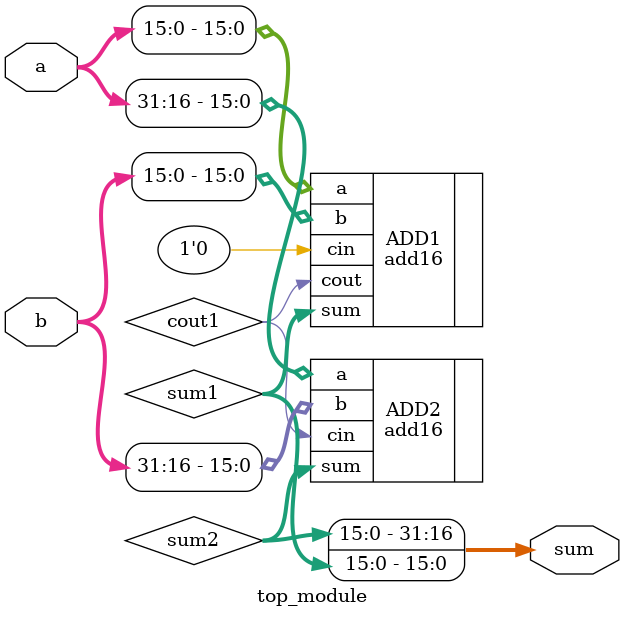
<source format=v>
module top_module(
    input [31:0] a,
    input [31:0] b,
    output [31:0] sum
);
    wire [15:0] sum1;
    wire [15:0]sum2 ;
    wire cout1 ; 
    add16 ADD1( .a(a[15:0]), .b(b[15:0]), .cin(1'b0), .sum(sum1), .cout(cout1) );
    add16 ADD2( .a(a[31:16]), .b(b[31:16]), .cin(cout1), .sum(sum2) );

    assign sum = { sum2, sum1};
    
    

endmodule

</source>
